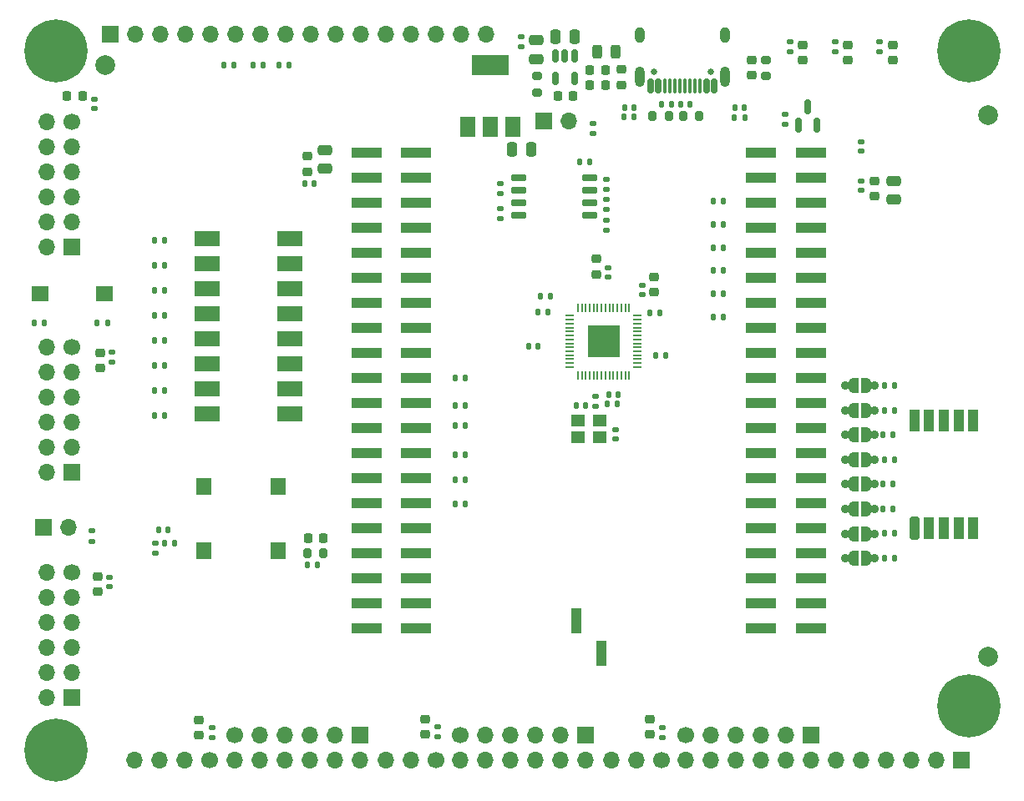
<source format=gbr>
%TF.GenerationSoftware,KiCad,Pcbnew,8.0.4-8.0.4-0~ubuntu22.04.1*%
%TF.CreationDate,2024-09-05T16:25:04-04:00*%
%TF.ProjectId,tinytapeout-demo,74696e79-7461-4706-956f-75742d64656d,2.0.1*%
%TF.SameCoordinates,PX38be5e0PY7d687e0*%
%TF.FileFunction,Soldermask,Top*%
%TF.FilePolarity,Negative*%
%FSLAX46Y46*%
G04 Gerber Fmt 4.6, Leading zero omitted, Abs format (unit mm)*
G04 Created by KiCad (PCBNEW 8.0.4-8.0.4-0~ubuntu22.04.1) date 2024-09-05 16:25:04*
%MOMM*%
%LPD*%
G01*
G04 APERTURE LIST*
G04 Aperture macros list*
%AMRoundRect*
0 Rectangle with rounded corners*
0 $1 Rounding radius*
0 $2 $3 $4 $5 $6 $7 $8 $9 X,Y pos of 4 corners*
0 Add a 4 corners polygon primitive as box body*
4,1,4,$2,$3,$4,$5,$6,$7,$8,$9,$2,$3,0*
0 Add four circle primitives for the rounded corners*
1,1,$1+$1,$2,$3*
1,1,$1+$1,$4,$5*
1,1,$1+$1,$6,$7*
1,1,$1+$1,$8,$9*
0 Add four rect primitives between the rounded corners*
20,1,$1+$1,$2,$3,$4,$5,0*
20,1,$1+$1,$4,$5,$6,$7,0*
20,1,$1+$1,$6,$7,$8,$9,0*
20,1,$1+$1,$8,$9,$2,$3,0*%
%AMFreePoly0*
4,1,19,0.500000,-0.750000,0.000000,-0.750000,0.000000,-0.744911,-0.071157,-0.744911,-0.207708,-0.704816,-0.327430,-0.627875,-0.420627,-0.520320,-0.479746,-0.390866,-0.500000,-0.250000,-0.500000,0.250000,-0.479746,0.390866,-0.420627,0.520320,-0.327430,0.627875,-0.207708,0.704816,-0.071157,0.744911,0.000000,0.744911,0.000000,0.750000,0.500000,0.750000,0.500000,-0.750000,0.500000,-0.750000,
$1*%
%AMFreePoly1*
4,1,19,0.000000,0.744911,0.071157,0.744911,0.207708,0.704816,0.327430,0.627875,0.420627,0.520320,0.479746,0.390866,0.500000,0.250000,0.500000,-0.250000,0.479746,-0.390866,0.420627,-0.520320,0.327430,-0.627875,0.207708,-0.704816,0.071157,-0.744911,0.000000,-0.744911,0.000000,-0.750000,-0.500000,-0.750000,-0.500000,0.750000,0.000000,0.750000,0.000000,0.744911,0.000000,0.744911,
$1*%
G04 Aperture macros list end*
%ADD10C,0.900000*%
%ADD11FreePoly0,0.000000*%
%ADD12FreePoly1,0.000000*%
%ADD13RoundRect,0.135000X0.135000X0.185000X-0.135000X0.185000X-0.135000X-0.185000X0.135000X-0.185000X0*%
%ADD14RoundRect,0.135000X0.185000X-0.135000X0.185000X0.135000X-0.185000X0.135000X-0.185000X-0.135000X0*%
%ADD15RoundRect,0.225000X-0.250000X0.225000X-0.250000X-0.225000X0.250000X-0.225000X0.250000X0.225000X0*%
%ADD16RoundRect,0.140000X-0.170000X0.140000X-0.170000X-0.140000X0.170000X-0.140000X0.170000X0.140000X0*%
%ADD17RoundRect,0.140000X-0.140000X-0.170000X0.140000X-0.170000X0.140000X0.170000X-0.140000X0.170000X0*%
%ADD18C,6.400000*%
%ADD19RoundRect,0.250000X0.475000X-0.250000X0.475000X0.250000X-0.475000X0.250000X-0.475000X-0.250000X0*%
%ADD20C,2.000000*%
%ADD21RoundRect,0.135000X-0.185000X0.135000X-0.185000X-0.135000X0.185000X-0.135000X0.185000X0.135000X0*%
%ADD22R,1.700000X1.700000*%
%ADD23O,1.700000X1.700000*%
%ADD24C,1.700000*%
%ADD25RoundRect,0.250000X-0.250000X-0.475000X0.250000X-0.475000X0.250000X0.475000X-0.250000X0.475000X0*%
%ADD26RoundRect,0.135000X-0.135000X-0.185000X0.135000X-0.185000X0.135000X0.185000X-0.135000X0.185000X0*%
%ADD27RoundRect,0.250000X0.250000X0.475000X-0.250000X0.475000X-0.250000X-0.475000X0.250000X-0.475000X0*%
%ADD28RoundRect,0.200000X-0.200000X-0.275000X0.200000X-0.275000X0.200000X0.275000X-0.200000X0.275000X0*%
%ADD29RoundRect,0.140000X0.140000X0.170000X-0.140000X0.170000X-0.140000X-0.170000X0.140000X-0.170000X0*%
%ADD30R,1.400000X1.200000*%
%ADD31RoundRect,0.140000X0.170000X-0.140000X0.170000X0.140000X-0.170000X0.140000X-0.170000X-0.140000X0*%
%ADD32RoundRect,0.102000X-0.700000X0.750000X-0.700000X-0.750000X0.700000X-0.750000X0.700000X0.750000X0*%
%ADD33RoundRect,0.225000X-0.225000X-0.250000X0.225000X-0.250000X0.225000X0.250000X-0.225000X0.250000X0*%
%ADD34C,0.650000*%
%ADD35RoundRect,0.150000X0.150000X0.575000X-0.150000X0.575000X-0.150000X-0.575000X0.150000X-0.575000X0*%
%ADD36RoundRect,0.075000X0.075000X0.650000X-0.075000X0.650000X-0.075000X-0.650000X0.075000X-0.650000X0*%
%ADD37O,1.000000X2.100000*%
%ADD38O,1.000000X1.600000*%
%ADD39R,1.000000X2.510000*%
%ADD40RoundRect,0.250000X-0.475000X0.250000X-0.475000X-0.250000X0.475000X-0.250000X0.475000X0.250000X0*%
%ADD41RoundRect,0.200000X-0.275000X0.200000X-0.275000X-0.200000X0.275000X-0.200000X0.275000X0.200000X0*%
%ADD42RoundRect,0.200000X0.200000X0.275000X-0.200000X0.275000X-0.200000X-0.275000X0.200000X-0.275000X0*%
%ADD43RoundRect,0.200000X0.300000X-0.950000X0.300000X0.950000X-0.300000X0.950000X-0.300000X-0.950000X0*%
%ADD44R,1.000000X2.300000*%
%ADD45RoundRect,0.150000X-0.650000X-0.150000X0.650000X-0.150000X0.650000X0.150000X-0.650000X0.150000X0*%
%ADD46RoundRect,0.225000X0.250000X-0.225000X0.250000X0.225000X-0.250000X0.225000X-0.250000X-0.225000X0*%
%ADD47RoundRect,0.050000X-0.387500X-0.050000X0.387500X-0.050000X0.387500X0.050000X-0.387500X0.050000X0*%
%ADD48RoundRect,0.050000X-0.050000X-0.387500X0.050000X-0.387500X0.050000X0.387500X-0.050000X0.387500X0*%
%ADD49R,3.200000X3.200000*%
%ADD50RoundRect,0.150000X0.150000X-0.587500X0.150000X0.587500X-0.150000X0.587500X-0.150000X-0.587500X0*%
%ADD51RoundRect,0.243750X0.243750X0.456250X-0.243750X0.456250X-0.243750X-0.456250X0.243750X-0.456250X0*%
%ADD52RoundRect,0.102000X-0.750000X-0.700000X0.750000X-0.700000X0.750000X0.700000X-0.750000X0.700000X0*%
%ADD53RoundRect,0.200000X0.275000X-0.200000X0.275000X0.200000X-0.275000X0.200000X-0.275000X-0.200000X0*%
%ADD54RoundRect,0.102000X0.700000X-0.750000X0.700000X0.750000X-0.700000X0.750000X-0.700000X-0.750000X0*%
%ADD55RoundRect,0.150000X-0.150000X0.512500X-0.150000X-0.512500X0.150000X-0.512500X0.150000X0.512500X0*%
%ADD56R,1.500000X2.000000*%
%ADD57R,3.800000X2.000000*%
%ADD58RoundRect,0.225000X0.225000X0.250000X-0.225000X0.250000X-0.225000X-0.250000X0.225000X-0.250000X0*%
%ADD59R,3.150000X1.000000*%
%ADD60RoundRect,0.218750X0.256250X-0.218750X0.256250X0.218750X-0.256250X0.218750X-0.256250X-0.218750X0*%
%ADD61RoundRect,0.218750X0.218750X0.256250X-0.218750X0.256250X-0.218750X-0.256250X0.218750X-0.256250X0*%
%ADD62R,2.600000X1.550000*%
G04 APERTURE END LIST*
D10*
%TO.C,JP7*%
X143000000Y-93500000D03*
D11*
X143850000Y-93500000D03*
D12*
X145150000Y-93500000D03*
D10*
X146000000Y-93500000D03*
%TD*%
D13*
%TO.C,R53*%
X130610000Y-76980000D03*
X129590000Y-76980000D03*
%TD*%
D14*
%TO.C,R15*%
X146500000Y-57110000D03*
X146500000Y-56090000D03*
%TD*%
D15*
%TO.C,C32*%
X117800000Y-78125000D03*
X117800000Y-79675000D03*
%TD*%
D16*
%TO.C,C23*%
X144600000Y-66220000D03*
X144600000Y-67180000D03*
%TD*%
D17*
%TO.C,C36*%
X118920000Y-92850000D03*
X119880000Y-92850000D03*
%TD*%
D13*
%TO.C,R55*%
X130610000Y-72300000D03*
X129590000Y-72300000D03*
%TD*%
D10*
%TO.C,JP1*%
X143000000Y-108500000D03*
D11*
X143850000Y-108500000D03*
D12*
X145150000Y-108500000D03*
D10*
X146000000Y-108500000D03*
%TD*%
D13*
%TO.C,R20*%
X121610000Y-63750000D03*
X120590000Y-63750000D03*
%TD*%
D18*
%TO.C,MT3*%
X63000000Y-57000000D03*
%TD*%
D19*
%TO.C,C16*%
X147900000Y-72100000D03*
X147900000Y-70200000D03*
%TD*%
D20*
%TO.C,FID3*%
X157500000Y-63500000D03*
%TD*%
D21*
%TO.C,R38*%
X118800000Y-70090000D03*
X118800000Y-71110000D03*
%TD*%
D15*
%TO.C,C48*%
X120300000Y-58925000D03*
X120300000Y-60475000D03*
%TD*%
D22*
%TO.C,J13*%
X64600000Y-99740000D03*
D23*
X64600000Y-97200000D03*
X64600000Y-94660000D03*
X64600000Y-92120000D03*
X64600000Y-89580000D03*
D24*
X64600000Y-87040000D03*
D23*
X62060000Y-99740000D03*
X62060000Y-97200000D03*
X62060000Y-94660000D03*
X62060000Y-92120000D03*
X62060000Y-89580000D03*
X62060000Y-87040000D03*
%TD*%
D25*
%TO.C,C6*%
X109250000Y-67000000D03*
X111150000Y-67000000D03*
%TD*%
D26*
%TO.C,R5*%
X72980000Y-83828571D03*
X74000000Y-83828571D03*
%TD*%
D16*
%TO.C,C56*%
X68400000Y-110420000D03*
X68400000Y-111380000D03*
%TD*%
D27*
%TO.C,C7*%
X115550000Y-55600000D03*
X113650000Y-55600000D03*
%TD*%
D28*
%TO.C,R7*%
X88485000Y-108000000D03*
X90135000Y-108000000D03*
%TD*%
D26*
%TO.C,R1*%
X72980000Y-94000000D03*
X74000000Y-94000000D03*
%TD*%
D29*
%TO.C,C29*%
X116680000Y-93000000D03*
X115720000Y-93000000D03*
%TD*%
D24*
%TO.C,J2*%
X78620000Y-129000000D03*
D23*
X76080000Y-129000000D03*
X73540000Y-129000000D03*
X71000000Y-129000000D03*
%TD*%
D29*
%TO.C,C24*%
X89180000Y-70500000D03*
X88220000Y-70500000D03*
%TD*%
D16*
%TO.C,C8*%
X124500000Y-125720000D03*
X124500000Y-126680000D03*
%TD*%
D30*
%TO.C,Y1*%
X115900000Y-96200000D03*
X118100000Y-96200000D03*
X118100000Y-94500000D03*
X115900000Y-94500000D03*
%TD*%
D14*
%TO.C,R18*%
X137400000Y-57110000D03*
X137400000Y-56090000D03*
%TD*%
D16*
%TO.C,C58*%
X66900000Y-61920000D03*
X66900000Y-62880000D03*
%TD*%
D14*
%TO.C,R50*%
X136900000Y-64510000D03*
X136900000Y-63490000D03*
%TD*%
D26*
%TO.C,R11*%
X72990000Y-76200000D03*
X74010000Y-76200000D03*
%TD*%
%TO.C,R43*%
X103490000Y-100500000D03*
X104510000Y-100500000D03*
%TD*%
D17*
%TO.C,C46*%
X131820000Y-62800000D03*
X132780000Y-62800000D03*
%TD*%
D31*
%TO.C,C4*%
X78800000Y-126680000D03*
X78800000Y-125720000D03*
%TD*%
D26*
%TO.C,R24*%
X146830000Y-103471428D03*
X147850000Y-103471428D03*
%TD*%
%TO.C,R22*%
X146980000Y-108460000D03*
X148000000Y-108460000D03*
%TD*%
D29*
%TO.C,C47*%
X121580000Y-62750000D03*
X120620000Y-62750000D03*
%TD*%
D10*
%TO.C,JP3*%
X143000000Y-103500000D03*
D11*
X143850000Y-103500000D03*
D12*
X145150000Y-103500000D03*
D10*
X146000000Y-103500000D03*
%TD*%
D26*
%TO.C,R3*%
X72980000Y-88914285D03*
X74000000Y-88914285D03*
%TD*%
D10*
%TO.C,JP8*%
X143000000Y-91000000D03*
D11*
X143850000Y-91000000D03*
D12*
X145150000Y-91000000D03*
D10*
X146000000Y-91000000D03*
%TD*%
D24*
%TO.C,J8*%
X124355000Y-129000000D03*
D23*
X121815000Y-129000000D03*
X119275000Y-129000000D03*
%TD*%
D29*
%TO.C,C2*%
X74380000Y-105600000D03*
X73420000Y-105600000D03*
%TD*%
D22*
%TO.C,J12*%
X64600000Y-122600000D03*
D23*
X64600000Y-120060000D03*
X64600000Y-117520000D03*
X64600000Y-114980000D03*
X64600000Y-112440000D03*
D24*
X64600000Y-109900000D03*
D23*
X62060000Y-122600000D03*
X62060000Y-120060000D03*
X62060000Y-117520000D03*
X62060000Y-114980000D03*
X62060000Y-112440000D03*
X62060000Y-109900000D03*
%TD*%
D13*
%TO.C,R41*%
X112843884Y-83511018D03*
X111823884Y-83511018D03*
%TD*%
D32*
%TO.C,SW2*%
X78000000Y-101250000D03*
X78000000Y-107750000D03*
%TD*%
D13*
%TO.C,R8*%
X75020000Y-107000000D03*
X74000000Y-107000000D03*
%TD*%
%TO.C,R54*%
X130610000Y-74640000D03*
X129590000Y-74640000D03*
%TD*%
D33*
%TO.C,C49*%
X117125000Y-60500000D03*
X118675000Y-60500000D03*
%TD*%
D17*
%TO.C,C35*%
X123820000Y-87900000D03*
X124780000Y-87900000D03*
%TD*%
D34*
%TO.C,J20*%
X129390000Y-59100000D03*
X123610000Y-59100000D03*
D35*
X129750000Y-60545000D03*
X128950000Y-60545000D03*
D36*
X127750000Y-60545000D03*
X126750000Y-60545000D03*
X126250000Y-60545000D03*
X125250000Y-60545000D03*
D35*
X124050000Y-60545000D03*
X123250000Y-60545000D03*
X123250000Y-60545000D03*
X124050000Y-60545000D03*
D36*
X124750000Y-60545000D03*
X125750000Y-60545000D03*
X127250000Y-60545000D03*
X128250000Y-60545000D03*
D35*
X128950000Y-60545000D03*
X129750000Y-60545000D03*
D37*
X130820000Y-59630000D03*
D38*
X130820000Y-55450000D03*
D37*
X122180000Y-59630000D03*
D38*
X122180000Y-55450000D03*
%TD*%
D22*
%TO.C,J3*%
X93855000Y-126455000D03*
D23*
X91315000Y-126455000D03*
X88775000Y-126455000D03*
X86235000Y-126455000D03*
X83695000Y-126455000D03*
D24*
X81155000Y-126455000D03*
D23*
X93855000Y-128995000D03*
X91315000Y-128995000D03*
X88775000Y-128995000D03*
X86235000Y-128995000D03*
X83695000Y-128995000D03*
X81155000Y-128995000D03*
%TD*%
D39*
%TO.C,J7*%
X118270000Y-118155000D03*
X115730000Y-114845000D03*
%TD*%
D13*
%TO.C,R12*%
X89520000Y-109200000D03*
X88500000Y-109200000D03*
%TD*%
D15*
%TO.C,C25*%
X88500000Y-67725000D03*
X88500000Y-69275000D03*
%TD*%
D18*
%TO.C,MT4*%
X155500000Y-57000000D03*
%TD*%
%TO.C,MT2*%
X155500000Y-123500000D03*
%TD*%
D15*
%TO.C,C5*%
X77500000Y-124925000D03*
X77500000Y-126475000D03*
%TD*%
D14*
%TO.C,R13*%
X73100000Y-108010000D03*
X73100000Y-106990000D03*
%TD*%
D26*
%TO.C,R21*%
X131790000Y-63800000D03*
X132810000Y-63800000D03*
%TD*%
%TO.C,R42*%
X103500000Y-103000000D03*
X104520000Y-103000000D03*
%TD*%
D22*
%TO.C,J5*%
X116715000Y-126455000D03*
D23*
X114175000Y-126455000D03*
X111635000Y-126455000D03*
X109095000Y-126455000D03*
X106555000Y-126455000D03*
D24*
X104015000Y-126455000D03*
D23*
X116715000Y-128995000D03*
X114175000Y-128995000D03*
X111635000Y-128995000D03*
X109095000Y-128995000D03*
X106555000Y-128995000D03*
X104015000Y-128995000D03*
%TD*%
D40*
%TO.C,C21*%
X90300000Y-67100000D03*
X90300000Y-69000000D03*
%TD*%
D41*
%TO.C,R49*%
X111800000Y-59575000D03*
X111800000Y-61225000D03*
%TD*%
D26*
%TO.C,R2*%
X72980000Y-91457142D03*
X74000000Y-91457142D03*
%TD*%
D42*
%TO.C,D5*%
X128225000Y-63600000D03*
X126575000Y-63600000D03*
%TD*%
D10*
%TO.C,JP2*%
X143000000Y-106000000D03*
D11*
X143850000Y-106000000D03*
D12*
X145150000Y-106000000D03*
D10*
X146000000Y-106000000D03*
%TD*%
D16*
%TO.C,C30*%
X119700000Y-95420000D03*
X119700000Y-96380000D03*
%TD*%
D26*
%TO.C,R28*%
X146980000Y-93494284D03*
X148000000Y-93494284D03*
%TD*%
D29*
%TO.C,C39*%
X113080000Y-81900000D03*
X112120000Y-81900000D03*
%TD*%
D43*
%TO.C,U1*%
X150000000Y-105450000D03*
D44*
X151500000Y-105450000D03*
X153000000Y-105450000D03*
X154500000Y-105450000D03*
X156000000Y-105450000D03*
X156000000Y-94550000D03*
X154500000Y-94550000D03*
X153000000Y-94550000D03*
X151500000Y-94550000D03*
X150000000Y-94550000D03*
%TD*%
D26*
%TO.C,R23*%
X146980000Y-105965714D03*
X148000000Y-105965714D03*
%TD*%
D29*
%TO.C,C38*%
X111880000Y-87000000D03*
X110920000Y-87000000D03*
%TD*%
D26*
%TO.C,R45*%
X103490000Y-95000000D03*
X104510000Y-95000000D03*
%TD*%
D45*
%TO.C,U5*%
X109900000Y-69895000D03*
X109900000Y-71165000D03*
X109900000Y-72435000D03*
X109900000Y-73705000D03*
X117100000Y-73705000D03*
X117100000Y-72435000D03*
X117100000Y-71165000D03*
X117100000Y-69895000D03*
%TD*%
D13*
%TO.C,R51*%
X130610000Y-81660000D03*
X129590000Y-81660000D03*
%TD*%
D46*
%TO.C,C37*%
X123600000Y-81475000D03*
X123600000Y-79925000D03*
%TD*%
D14*
%TO.C,R35*%
X108000000Y-74010000D03*
X108000000Y-72990000D03*
%TD*%
D22*
%TO.C,J10*%
X61725000Y-105395000D03*
D23*
X64265000Y-105395000D03*
%TD*%
D47*
%TO.C,U6*%
X115062500Y-83900000D03*
X115062500Y-84300000D03*
X115062500Y-84700000D03*
X115062500Y-85100000D03*
X115062500Y-85500000D03*
X115062500Y-85900000D03*
X115062500Y-86300000D03*
X115062500Y-86700000D03*
X115062500Y-87100000D03*
X115062500Y-87500000D03*
X115062500Y-87900000D03*
X115062500Y-88300000D03*
X115062500Y-88700000D03*
X115062500Y-89100000D03*
D48*
X115900000Y-89937500D03*
X116300000Y-89937500D03*
X116700000Y-89937500D03*
X117100000Y-89937500D03*
X117500000Y-89937500D03*
X117900000Y-89937500D03*
X118300000Y-89937500D03*
X118700000Y-89937500D03*
X119100000Y-89937500D03*
X119500000Y-89937500D03*
X119900000Y-89937500D03*
X120300000Y-89937500D03*
X120700000Y-89937500D03*
X121100000Y-89937500D03*
D47*
X121937500Y-89100000D03*
X121937500Y-88700000D03*
X121937500Y-88300000D03*
X121937500Y-87900000D03*
X121937500Y-87500000D03*
X121937500Y-87100000D03*
X121937500Y-86700000D03*
X121937500Y-86300000D03*
X121937500Y-85900000D03*
X121937500Y-85500000D03*
X121937500Y-85100000D03*
X121937500Y-84700000D03*
X121937500Y-84300000D03*
X121937500Y-83900000D03*
D48*
X121100000Y-83062500D03*
X120700000Y-83062500D03*
X120300000Y-83062500D03*
X119900000Y-83062500D03*
X119500000Y-83062500D03*
X119100000Y-83062500D03*
X118700000Y-83062500D03*
X118300000Y-83062500D03*
X117900000Y-83062500D03*
X117500000Y-83062500D03*
X117100000Y-83062500D03*
X116700000Y-83062500D03*
X116300000Y-83062500D03*
X115900000Y-83062500D03*
D49*
X118500000Y-86500000D03*
%TD*%
D31*
%TO.C,C33*%
X122400000Y-81780000D03*
X122400000Y-80820000D03*
%TD*%
D50*
%TO.C,Q1*%
X138250000Y-64537500D03*
X140150000Y-64537500D03*
X139200000Y-62662500D03*
%TD*%
D26*
%TO.C,R27*%
X146830000Y-95988570D03*
X147850000Y-95988570D03*
%TD*%
D24*
%TO.C,J17*%
X101510000Y-129000000D03*
D23*
X98970000Y-129000000D03*
X96430000Y-129000000D03*
%TD*%
D46*
%TO.C,C9*%
X123200000Y-126375000D03*
X123200000Y-124825000D03*
%TD*%
D51*
%TO.C,F1*%
X119737500Y-57100000D03*
X117862500Y-57100000D03*
%TD*%
D22*
%TO.C,J9*%
X68500000Y-55300000D03*
D23*
X71040000Y-55300000D03*
X73580000Y-55300000D03*
X76120000Y-55300000D03*
X78660000Y-55300000D03*
X81200000Y-55300000D03*
X83740000Y-55300000D03*
X86280000Y-55300000D03*
X88820000Y-55300000D03*
X91360000Y-55300000D03*
X93900000Y-55300000D03*
X96440000Y-55300000D03*
X98980000Y-55300000D03*
X101520000Y-55300000D03*
X104060000Y-55300000D03*
X106600000Y-55300000D03*
%TD*%
D16*
%TO.C,C12*%
X110200000Y-55620000D03*
X110200000Y-56580000D03*
%TD*%
D21*
%TO.C,R40*%
X108000000Y-70490000D03*
X108000000Y-71510000D03*
%TD*%
D29*
%TO.C,C45*%
X125380000Y-62400000D03*
X124420000Y-62400000D03*
%TD*%
D14*
%TO.C,R37*%
X117700000Y-93110000D03*
X117700000Y-92090000D03*
%TD*%
D31*
%TO.C,C26*%
X144600000Y-71180000D03*
X144600000Y-70220000D03*
%TD*%
D15*
%TO.C,C15*%
X100400000Y-124825000D03*
X100400000Y-126375000D03*
%TD*%
D52*
%TO.C,SW3*%
X61375000Y-81700000D03*
X67875000Y-81700000D03*
%TD*%
D53*
%TO.C,R16*%
X135000000Y-59565000D03*
X135000000Y-57915000D03*
%TD*%
D46*
%TO.C,C17*%
X146000000Y-71775000D03*
X146000000Y-70225000D03*
%TD*%
D54*
%TO.C,SW1*%
X85500000Y-107750000D03*
X85500000Y-101250000D03*
%TD*%
D46*
%TO.C,C3*%
X133500000Y-59515000D03*
X133500000Y-57965000D03*
%TD*%
D20*
%TO.C,FID2*%
X68000000Y-58500000D03*
%TD*%
D14*
%TO.C,R17*%
X142000000Y-57110000D03*
X142000000Y-56090000D03*
%TD*%
D17*
%TO.C,C34*%
X123220000Y-83600000D03*
X124180000Y-83600000D03*
%TD*%
D10*
%TO.C,JP5*%
X143000000Y-98500000D03*
D11*
X143850000Y-98500000D03*
D12*
X145150000Y-98500000D03*
D10*
X146000000Y-98500000D03*
%TD*%
D13*
%TO.C,R31*%
X81010000Y-58500000D03*
X79990000Y-58500000D03*
%TD*%
D55*
%TO.C,U3*%
X115550000Y-57562500D03*
X114600000Y-57562500D03*
X113650000Y-57562500D03*
X113650000Y-59837500D03*
X115550000Y-59837500D03*
%TD*%
D16*
%TO.C,C60*%
X68700000Y-87625000D03*
X68700000Y-88585000D03*
%TD*%
D56*
%TO.C,U2*%
X104700000Y-64750000D03*
X107000000Y-64750000D03*
D57*
X107000000Y-58450000D03*
D56*
X109300000Y-64750000D03*
%TD*%
D26*
%TO.C,R25*%
X146830000Y-100977142D03*
X147850000Y-100977142D03*
%TD*%
D22*
%TO.C,J14*%
X64600000Y-76880000D03*
D23*
X64600000Y-74340000D03*
X64600000Y-71800000D03*
X64600000Y-69260000D03*
X64600000Y-66720000D03*
D24*
X64600000Y-64180000D03*
D23*
X62060000Y-76880000D03*
X62060000Y-74340000D03*
X62060000Y-71800000D03*
X62060000Y-69260000D03*
X62060000Y-66720000D03*
X62060000Y-64180000D03*
%TD*%
D20*
%TO.C,FID1*%
X157500000Y-118500000D03*
%TD*%
D26*
%TO.C,R29*%
X146980000Y-91000000D03*
X148000000Y-91000000D03*
%TD*%
D46*
%TO.C,C61*%
X67500000Y-89230000D03*
X67500000Y-87680000D03*
%TD*%
D26*
%TO.C,R47*%
X103490000Y-90190000D03*
X104510000Y-90190000D03*
%TD*%
%TO.C,R6*%
X72980000Y-81285714D03*
X74000000Y-81285714D03*
%TD*%
D10*
%TO.C,JP6*%
X143000000Y-96000000D03*
D11*
X143850000Y-96000000D03*
D12*
X145150000Y-96000000D03*
D10*
X146000000Y-96000000D03*
%TD*%
D58*
%TO.C,C11*%
X115425000Y-61600000D03*
X113875000Y-61600000D03*
%TD*%
D59*
%TO.C,J4*%
X94475000Y-67370000D03*
X99525000Y-67370000D03*
X94475000Y-69910000D03*
X99525000Y-69910000D03*
X94475000Y-72450000D03*
X99525000Y-72450000D03*
X94475000Y-74990000D03*
X99525000Y-74990000D03*
X94475000Y-77530000D03*
X99525000Y-77530000D03*
X94475000Y-80070000D03*
X99525000Y-80070000D03*
X94475000Y-82610000D03*
X99525000Y-82610000D03*
X94475000Y-85150000D03*
X99525000Y-85150000D03*
X94475000Y-87690000D03*
X99525000Y-87690000D03*
X94475000Y-90230000D03*
X99525000Y-90230000D03*
X94475000Y-92770000D03*
X99525000Y-92770000D03*
X94475000Y-95310000D03*
X99525000Y-95310000D03*
X94475000Y-97850000D03*
X99525000Y-97850000D03*
X94475000Y-100390000D03*
X99525000Y-100390000D03*
X94475000Y-102930000D03*
X99525000Y-102930000D03*
X94475000Y-105470000D03*
X99525000Y-105470000D03*
X94475000Y-108010000D03*
X99525000Y-108010000D03*
X94475000Y-110550000D03*
X99525000Y-110550000D03*
X94475000Y-113090000D03*
X99525000Y-113090000D03*
X94475000Y-115630000D03*
X99525000Y-115630000D03*
X134475000Y-67370000D03*
X139525000Y-67370000D03*
X134475000Y-69910000D03*
X139525000Y-69910000D03*
X134475000Y-72450000D03*
X139525000Y-72450000D03*
X134475000Y-74990000D03*
X139525000Y-74990000D03*
X134475000Y-77530000D03*
X139525000Y-77530000D03*
X134475000Y-80070000D03*
X139525000Y-80070000D03*
X134475000Y-82610000D03*
X139525000Y-82610000D03*
X134475000Y-85150000D03*
X139525000Y-85150000D03*
X134475000Y-87690000D03*
X139525000Y-87690000D03*
X134475000Y-90230000D03*
X139525000Y-90230000D03*
X134475000Y-92770000D03*
X139525000Y-92770000D03*
X134475000Y-95310000D03*
X139525000Y-95310000D03*
X134475000Y-97850000D03*
X139525000Y-97850000D03*
X134475000Y-100390000D03*
X139525000Y-100390000D03*
X134475000Y-102930000D03*
X139525000Y-102930000D03*
X134475000Y-105470000D03*
X139525000Y-105470000D03*
X134475000Y-108010000D03*
X139525000Y-108010000D03*
X134475000Y-110550000D03*
X139525000Y-110550000D03*
X134475000Y-113090000D03*
X139525000Y-113090000D03*
X134475000Y-115630000D03*
X139525000Y-115630000D03*
%TD*%
D22*
%TO.C,J1*%
X154810000Y-129000000D03*
D23*
X152270000Y-129000000D03*
X149730000Y-129000000D03*
X147190000Y-129000000D03*
X144650000Y-129000000D03*
X142110000Y-129000000D03*
%TD*%
D26*
%TO.C,R10*%
X72980000Y-78742857D03*
X74000000Y-78742857D03*
%TD*%
D22*
%TO.C,J19*%
X112425000Y-64100000D03*
D23*
X114965000Y-64100000D03*
%TD*%
D60*
%TO.C,D2*%
X143250000Y-57987500D03*
X143250000Y-56412500D03*
%TD*%
D13*
%TO.C,R30*%
X86610000Y-58500000D03*
X85590000Y-58500000D03*
%TD*%
D26*
%TO.C,R44*%
X103490000Y-98000000D03*
X104510000Y-98000000D03*
%TD*%
%TO.C,R26*%
X146980000Y-98482856D03*
X148000000Y-98482856D03*
%TD*%
D31*
%TO.C,C41*%
X119000000Y-79980000D03*
X119000000Y-79020000D03*
%TD*%
%TO.C,C13*%
X117400000Y-65380000D03*
X117400000Y-64420000D03*
%TD*%
D13*
%TO.C,R48*%
X130610000Y-84000000D03*
X129590000Y-84000000D03*
%TD*%
%TO.C,R52*%
X130610000Y-79320000D03*
X129590000Y-79320000D03*
%TD*%
D61*
%TO.C,FB1*%
X118687500Y-59000000D03*
X117112500Y-59000000D03*
%TD*%
D22*
%TO.C,J6*%
X139575000Y-126455000D03*
D23*
X137035000Y-126455000D03*
X134495000Y-126455000D03*
X131955000Y-126455000D03*
X129415000Y-126455000D03*
D24*
X126875000Y-126455000D03*
D23*
X139575000Y-128995000D03*
X137035000Y-128995000D03*
X134495000Y-128995000D03*
X131955000Y-128995000D03*
X129415000Y-128995000D03*
X126875000Y-128995000D03*
%TD*%
D10*
%TO.C,JP4*%
X143000000Y-101000000D03*
D11*
X143850000Y-101000000D03*
D12*
X145150000Y-101000000D03*
D10*
X146000000Y-101000000D03*
%TD*%
D46*
%TO.C,C57*%
X67200000Y-111875000D03*
X67200000Y-110325000D03*
%TD*%
D31*
%TO.C,C14*%
X101700000Y-126580000D03*
X101700000Y-125620000D03*
%TD*%
D60*
%TO.C,D3*%
X138700000Y-57987500D03*
X138700000Y-56412500D03*
%TD*%
D14*
%TO.C,R34*%
X118800000Y-73110000D03*
X118800000Y-72090000D03*
%TD*%
D26*
%TO.C,R9*%
X67190000Y-84600000D03*
X68210000Y-84600000D03*
%TD*%
%TO.C,R46*%
X103490000Y-93000000D03*
X104510000Y-93000000D03*
%TD*%
D60*
%TO.C,D1*%
X147800000Y-57987500D03*
X147800000Y-56412500D03*
%TD*%
D21*
%TO.C,R39*%
X118800000Y-74190000D03*
X118800000Y-75210000D03*
%TD*%
D40*
%TO.C,C10*%
X111700000Y-55950000D03*
X111700000Y-57850000D03*
%TD*%
D28*
%TO.C,D6*%
X123475000Y-63600000D03*
X125125000Y-63600000D03*
%TD*%
D26*
%TO.C,R32*%
X82990000Y-58500000D03*
X84010000Y-58500000D03*
%TD*%
D18*
%TO.C,MT1*%
X63000000Y-128000000D03*
%TD*%
D26*
%TO.C,R4*%
X72980000Y-86371428D03*
X74000000Y-86371428D03*
%TD*%
D17*
%TO.C,C40*%
X119020000Y-91900000D03*
X119980000Y-91900000D03*
%TD*%
D58*
%TO.C,C1*%
X90085000Y-106500000D03*
X88535000Y-106500000D03*
%TD*%
D62*
%TO.C,SW4*%
X78300000Y-76110000D03*
X78300000Y-78650000D03*
X78300000Y-81190000D03*
X78300000Y-83730000D03*
X78300000Y-86270000D03*
X78300000Y-88810000D03*
X78300000Y-91350000D03*
X78300000Y-93890000D03*
X86700000Y-93890000D03*
X86700000Y-91350000D03*
X86700000Y-88810000D03*
X86700000Y-86270000D03*
X86700000Y-83730000D03*
X86700000Y-81190000D03*
X86700000Y-78650000D03*
X86700000Y-76110000D03*
%TD*%
D17*
%TO.C,C44*%
X126320000Y-62400000D03*
X127280000Y-62400000D03*
%TD*%
D14*
%TO.C,R36*%
X66600000Y-106765000D03*
X66600000Y-105745000D03*
%TD*%
D33*
%TO.C,C59*%
X64125000Y-61600000D03*
X65675000Y-61600000D03*
%TD*%
D17*
%TO.C,C31*%
X116120000Y-68300000D03*
X117080000Y-68300000D03*
%TD*%
D26*
%TO.C,R14*%
X60790000Y-84600000D03*
X61810000Y-84600000D03*
%TD*%
M02*

</source>
